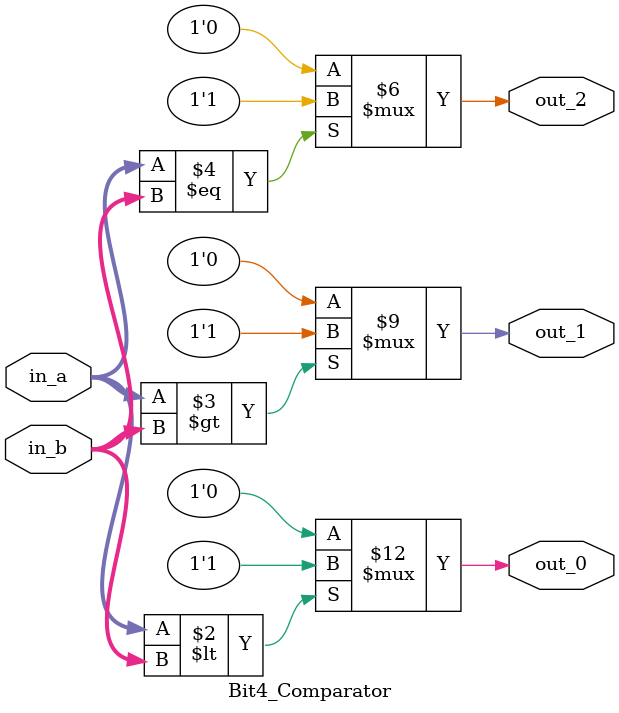
<source format=v>


module Bit4_Comparator(out_0,out_1,out_2,in_a,in_b);
  
  	parameter BIT=4;
  
  output reg out_0;
  output reg out_1;
  output reg out_2;
  
  input [BIT-1:0] in_a,in_b;
  
  always @(in_a, in_b)
    begin
      if(in_a<in_b)
        out_0<=1;
      else
        out_0<=0;
      
      if(in_a>in_b)
        out_1<=1;
      else
        out_1=0;
      
      if(in_a==in_b)
        out_2<=1;
      else
        out_2<=0;
    end
endmodule

</source>
